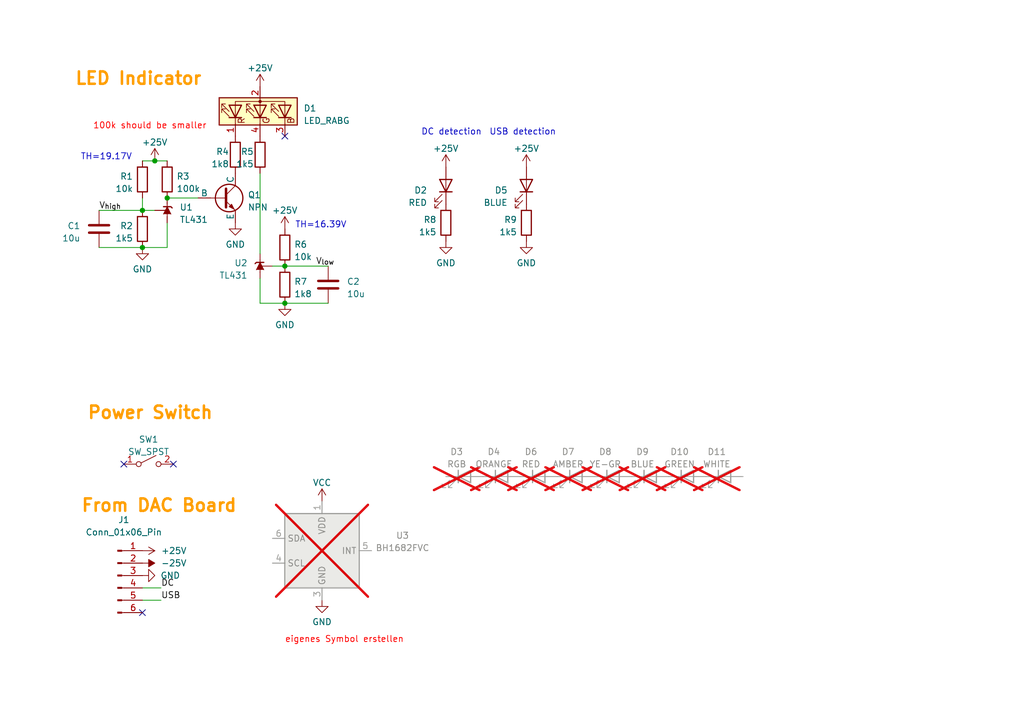
<source format=kicad_sch>
(kicad_sch (version 20230121) (generator eeschema)
  (paper "A5")
  (title_block (title "Front Plate with Cutouts and LEDs") (date "2023-05-15") (rev "1") (company "Author: Jona Heinke"))
  (lib_symbols
    (symbol "Connector:Conn_01x06_Pin" (pin_names (offset 1.016) hide)
      (property "Reference" "J" (at 0 7.62 0))
      (property "Value" "Conn_01x06_Pin" (at 0 -10.16 0))
      (symbol "Conn_01x06_Pin_1_1"
        (polyline (pts (xy 1.27 -7.62) (xy 0.8636 -7.62)) (stroke (width 0.1524)))
        (polyline (pts (xy 1.27 -5.08) (xy 0.8636 -5.08)) (stroke (width 0.1524)))
        (polyline (pts (xy 1.27 -2.54) (xy 0.8636 -2.54)) (stroke (width 0.1524)))
        (polyline (pts (xy 1.27 0) (xy 0.8636 0)) (stroke (width 0.1524)))
        (polyline (pts (xy 1.27 2.54) (xy 0.8636 2.54)) (stroke (width 0.1524)))
        (polyline (pts (xy 1.27 5.08) (xy 0.8636 5.08)) (stroke (width 0.1524)))
        (rectangle (start 0.8636 -7.493) (end 0 -7.747) (stroke (width 0.1524)) (fill (type outline)))
        (rectangle (start 0.8636 -4.953) (end 0 -5.207) (stroke (width 0.1524)) (fill (type outline)))
        (rectangle (start 0.8636 -2.413) (end 0 -2.667) (stroke (width 0.1524)) (fill (type outline)))
        (rectangle (start 0.8636 0.127) (end 0 -0.127) (stroke (width 0.1524)) (fill (type outline)))
        (rectangle (start 0.8636 2.667) (end 0 2.413) (stroke (width 0.1524)) (fill (type outline)))
        (rectangle (start 0.8636 5.207) (end 0 4.953) (stroke (width 0.1524)) (fill (type outline)))
        (pin passive line (at 5.08 5.08 180) (length 3.81) (name "Pin_1") (number "1"))
        (pin passive line (at 5.08 2.54 180) (length 3.81) (name "Pin_2") (number "2"))
        (pin passive line (at 5.08 0 180) (length 3.81) (name "Pin_3") (number "3"))
        (pin passive line (at 5.08 -2.54 180) (length 3.81) (name "Pin_4") (number "4"))
        (pin passive line (at 5.08 -5.08 180) (length 3.81) (name "Pin_5") (number "5"))
        (pin passive line (at 5.08 -7.62 180) (length 3.81) (name "Pin_6") (number "6"))
      )
    )
    (symbol "Device:C" (pin_numbers hide) (pin_names (offset 0.254))
      (property "Reference" "C" (at 0.635 2.54 0))
      (property "Value" "C" (at 0.635 -2.54 0))
      (symbol "C_0_1"
        (polyline (pts (xy -2.032 -0.762) (xy 2.032 -0.762)) (stroke (width 0.508)))
        (polyline (pts (xy -2.032 0.762) (xy 2.032 0.762)) (stroke (width 0.508)))
      )
      (symbol "C_1_1"
        (pin passive line (at 0 3.81 270) (length 2.794) (name "~") (number "1"))
        (pin passive line (at 0 -3.81 90) (length 2.794) (name "~") (number "2"))
      )
    )
    (symbol "Device:LED" (pin_numbers hide) (pin_names (offset 1.016) hide)
      (property "Reference" "D" (at 0 2.54 0))
      (property "Value" "LED" (at 0 -2.54 0))
      (symbol "LED_0_1"
        (polyline (pts (xy -1.27 -1.27) (xy -1.27 1.27)) (stroke (width 0.254)))
        (polyline (pts (xy -1.27 0) (xy 1.27 0)))
        (polyline (pts (xy 1.27 -1.27) (xy 1.27 1.27) (xy -1.27 0) (xy 1.27 -1.27)) (stroke (width 0.254)))
        (polyline (pts (xy -3.048 -0.762) (xy -4.572 -2.286) (xy -3.81 -2.286) (xy -4.572 -2.286) (xy -4.572 -1.524)))
        (polyline (pts (xy -1.778 -0.762) (xy -3.302 -2.286) (xy -2.54 -2.286) (xy -3.302 -2.286) (xy -3.302 -1.524)))
      )
      (symbol "LED_1_1"
        (pin passive line (at -3.81 0 0) (length 2.54) (name "K") (number "1"))
        (pin passive line (at 3.81 0 180) (length 2.54) (name "A") (number "2"))
      )
    )
    (symbol "Device:LED_RABG" (pin_names (offset 0) hide)
      (property "Reference" "D" (at 0 9.398 0))
      (property "Value" "LED_RABG" (at 0 -8.89 0))
      (symbol "LED_RABG_0_0"
        (text "B" (at -1.905 -6.35 0) (effects (font (size 1.27 1.27))))
        (text "G" (at -1.905 -1.27 0) (effects (font (size 1.27 1.27))))
        (text "R" (at -1.905 3.81 0) (effects (font (size 1.27 1.27))))
      )
      (symbol "LED_RABG_0_1"
        (polyline (pts (xy -1.27 -5.08) (xy -2.54 -5.08)))
        (polyline (pts (xy -1.27 -5.08) (xy 1.27 -5.08)))
        (polyline (pts (xy -1.27 -3.81) (xy -1.27 -6.35)) (stroke (width 0.254)))
        (polyline (pts (xy -1.27 0) (xy -2.54 0)))
        (polyline (pts (xy -1.27 1.27) (xy -1.27 -1.27)) (stroke (width 0.254)))
        (polyline (pts (xy -1.27 5.08) (xy -2.54 5.08)))
        (polyline (pts (xy -1.27 5.08) (xy 1.27 5.08)))
        (polyline (pts (xy -1.27 6.35) (xy -1.27 3.81)) (stroke (width 0.254)))
        (polyline (pts (xy 1.27 0) (xy -1.27 0)))
        (polyline (pts (xy 1.27 0) (xy 2.54 0)))
        (polyline (pts (xy -1.27 1.27) (xy -1.27 -1.27) (xy -1.27 -1.27)))
        (polyline (pts (xy -1.27 6.35) (xy -1.27 3.81) (xy -1.27 3.81)))
        (polyline (pts (xy 1.27 -5.08) (xy 2.032 -5.08) (xy 2.032 5.08) (xy 1.27 5.08)))
        (polyline (pts (xy 1.27 -3.81) (xy 1.27 -6.35) (xy -1.27 -5.08) (xy 1.27 -3.81)) (stroke (width 0.254)))
        (polyline (pts (xy 1.27 1.27) (xy 1.27 -1.27) (xy -1.27 0) (xy 1.27 1.27)) (stroke (width 0.254)))
        (polyline (pts (xy 1.27 6.35) (xy 1.27 3.81) (xy -1.27 5.08) (xy 1.27 6.35)) (stroke (width 0.254)))
        (polyline (pts (xy -1.016 -3.81) (xy 0.508 -2.286) (xy -0.254 -2.286) (xy 0.508 -2.286) (xy 0.508 -3.048)))
        (polyline (pts (xy -1.016 1.27) (xy 0.508 2.794) (xy -0.254 2.794) (xy 0.508 2.794) (xy 0.508 2.032)))
        (polyline (pts (xy -1.016 6.35) (xy 0.508 7.874) (xy -0.254 7.874) (xy 0.508 7.874) (xy 0.508 7.112)))
        (polyline (pts (xy 0 -3.81) (xy 1.524 -2.286) (xy 0.762 -2.286) (xy 1.524 -2.286) (xy 1.524 -3.048)))
        (polyline (pts (xy 0 1.27) (xy 1.524 2.794) (xy 0.762 2.794) (xy 1.524 2.794) (xy 1.524 2.032)))
        (polyline (pts (xy 0 6.35) (xy 1.524 7.874) (xy 0.762 7.874) (xy 1.524 7.874) (xy 1.524 7.112)))
        (rectangle (start 1.27 -1.27) (end 1.27 1.27))
        (rectangle (start 1.27 1.27) (end 1.27 1.27))
        (rectangle (start 1.27 3.81) (end 1.27 6.35))
        (rectangle (start 1.27 6.35) (end 1.27 6.35))
        (circle (center 2.032 0) (radius 0.254) (fill (type outline)))
        (rectangle (start 2.794 8.382) (end -2.794 -7.62) (stroke (width 0.254)) (fill (type background)))
      )
      (symbol "LED_RABG_1_1"
        (pin passive line (at -5.08 5.08 0) (length 2.54) (name "RK") (number "1"))
        (pin passive line (at 5.08 0 180) (length 2.54) (name "A") (number "2"))
        (pin passive line (at -5.08 -5.08 0) (length 2.54) (name "BK") (number "3"))
        (pin passive line (at -5.08 0 0) (length 2.54) (name "GK") (number "4"))
      )
    )
    (symbol "Device:R" (pin_numbers hide) (pin_names (offset 0))
      (property "Reference" "R" (at 2.032 0 90))
      (property "Value" "R" (at 0 0 90))
      (symbol "R_0_1"
        (rectangle (start -1.016 -2.54) (end 1.016 2.54) (stroke (width 0.254)))
      )
      (symbol "R_1_1"
        (pin passive line (at 0 3.81 270) (length 1.27) (name "~") (number "1"))
        (pin passive line (at 0 -3.81 90) (length 1.27) (name "~") (number "2"))
      )
    )
    (symbol "Reference_Voltage:TL431PK" (pin_numbers hide) (pin_names hide)
      (property "Reference" "U" (at -2.54 2.54 0))
      (property "Value" "TL431PK" (at 0 -2.54 0))
      (symbol "TL431PK_0_1"
        (polyline (pts (xy -1.27 0) (xy 0 0) (xy 1.27 0)))
        (polyline (pts (xy -0.762 0.762) (xy 0.762 0) (xy -0.762 -0.762)) (fill (type outline)))
        (polyline (pts (xy 0.508 -1.016) (xy 0.762 -0.762) (xy 0.762 0.762) (xy 0.762 0.762)) (stroke (width 0.254)))
      )
      (symbol "TL431PK_1_1"
        (pin passive line (at 0 2.54 270) (length 2.54) (name "REF") (number "1"))
        (pin passive line (at -2.54 0 0) (length 1.27) (name "A") (number "2"))
        (pin passive line (at 2.54 0 180) (length 1.27) (name "K") (number "3"))
      )
    )
    (symbol "Sensor_Optical:LTR-303ALS-01"
      (property "Reference" "U" (at -7.62 8.89 0))
      (property "Value" "LTR-303ALS-01" (at 1.27 8.89 0))
      (symbol "LTR-303ALS-01_0_1"
        (rectangle (start -7.62 7.62) (end 7.62 -7.62) (stroke (width 0.254)) (fill (type background)))
      )
      (symbol "LTR-303ALS-01_1_1"
        (pin power_in line (at 0 10.16 270) (length 2.54) (name "VDD") (number "1"))
        (pin no_connect line (at 2.54 0 180) (length 2.54) hide (name "NC") (number "2"))
        (pin power_in line (at 0 -10.16 90) (length 2.54) (name "GND") (number "3"))
        (pin input line (at -10.16 -2.54 0) (length 2.54) (name "SCL") (number "4"))
        (pin open_collector line (at 10.16 0 180) (length 2.54) (name "INT") (number "5"))
        (pin bidirectional line (at -10.16 2.54 0) (length 2.54) (name "SDA") (number "6"))
      )
    )
    (symbol "Simulation_SPICE:NPN" (pin_numbers hide) (pin_names (offset 0))
      (property "Reference" "Q" (at -2.54 7.62 0))
      (property "Value" "NPN" (at -2.54 5.08 0))
      (symbol "NPN_0_1"
        (polyline (pts (xy -2.54 0) (xy 0.635 0)) (stroke (width 0.1524)))
        (polyline (pts (xy 0.635 0.635) (xy 2.54 2.54)))
        (polyline (pts (xy 2.794 -1.27) (xy 2.794 -1.27)) (stroke (width 0.1524)))
        (polyline (pts (xy 2.794 -1.27) (xy 2.794 -1.27)) (stroke (width 0.1524)))
        (polyline (pts (xy 0.635 -0.635) (xy 2.54 -2.54) (xy 2.54 -2.54)))
        (polyline (pts (xy 0.635 1.905) (xy 0.635 -1.905) (xy 0.635 -1.905)) (stroke (width 0.508)))
        (polyline (pts (xy 1.27 -1.778) (xy 1.778 -1.27) (xy 2.286 -2.286) (xy 1.27 -1.778) (xy 1.27 -1.778)) (fill (type outline)))
        (circle (center 1.27 0) (radius 2.8194) (stroke (width 0.254)))
      )
      (symbol "NPN_1_1"
        (pin open_collector line (at 2.54 5.08 270) (length 2.54) (name "C") (number "1"))
        (pin input line (at -5.08 0 0) (length 2.54) (name "B") (number "2"))
        (pin open_emitter line (at 2.54 -5.08 90) (length 2.54) (name "E") (number "3"))
      )
    )
    (symbol "Switch:SW_SPST" (pin_names (offset 0) hide)
      (property "Reference" "SW" (at 0 3.175 0))
      (property "Value" "SW_SPST" (at 0 -2.54 0))
      (symbol "SW_SPST_0_0"
        (circle (center -2.032 0) (radius 0.508))
        (polyline (pts (xy -1.524 0.254) (xy 1.524 1.778)))
        (circle (center 2.032 0) (radius 0.508))
      )
      (symbol "SW_SPST_1_1"
        (pin passive line (at -5.08 0 0) (length 2.54) (name "A") (number "1"))
        (pin passive line (at 5.08 0 180) (length 2.54) (name "B") (number "2"))
      )
    )
    (symbol "library:+25V" (power) (pin_names (offset 0))
      (property "Value" "+25V" (at 0 3.81 0))
      (symbol "+25V_0_1"
        (polyline (pts (xy -0.762 1.27) (xy 0 2.54)))
        (polyline (pts (xy 0 0) (xy 0 2.54)))
        (polyline (pts (xy 0 2.54) (xy 0.762 1.27)))
      )
      (symbol "+25V_1_1"
        (pin power_in line (at 0 0 90) (length 0) hide (name "+25V") (number "1"))
      )
    )
    (symbol "library:-25V" (power) (pin_names (offset 0))
      (property "Value" "-25V" (at 0 3.81 0))
      (symbol "-25V_0_0"
        (pin power_in line (at 0 0 90) (length 0) hide (name "-25V") (number "1"))
      )
      (symbol "-25V_0_1"
        (polyline (pts (xy 0 0) (xy 0 1.27) (xy 0.762 1.27) (xy 0 2.54) (xy -0.762 1.27) (xy 0 1.27)) (fill (type outline)))
      )
    )
    (symbol "power:GND" (power) (pin_names (offset 0))
      (property "Value" "GND" (at 0 -3.81 0))
      (symbol "GND_0_1"
        (polyline (pts (xy 0 0) (xy 0 -1.27) (xy 1.27 -1.27) (xy 0 -2.54) (xy -1.27 -1.27) (xy 0 -1.27)))
      )
      (symbol "GND_1_1"
        (pin power_in line (at 0 0 270) (length 0) hide (name "GND") (number "1"))
      )
    )
    (symbol "power:VCC" (power) (pin_names (offset 0))
      (property "Value" "VCC" (at 0 3.81 0))
      (symbol "VCC_0_1"
        (polyline (pts (xy -0.762 1.27) (xy 0 2.54)))
        (polyline (pts (xy 0 0) (xy 0 2.54)))
        (polyline (pts (xy 0 2.54) (xy 0.762 1.27)))
      )
      (symbol "VCC_1_1"
        (pin power_in line (at 0 0 90) (length 0) hide (name "VCC") (number "1"))
      )
    )
  )
  (junction (at 31.75 33.02))
  (junction (at 34.29 40.64))
  (junction (at 29.21 43.18))
  (junction (at 58.42 62.23))
  (junction (at 58.42 54.61))
  (junction (at 29.21 50.8))
  (no_connect (at 29.21 125.73))
  (no_connect (at 58.42 27.94))
  (no_connect (at 35.56 95.25))
  (no_connect (at 25.4 95.25))
  (wire (pts (xy 29.21 40.64) (xy 29.21 43.18)))
  (wire (pts (xy 29.21 123.19) (xy 33.02 123.19)))
  (wire (pts (xy 53.34 62.23) (xy 58.42 62.23)))
  (wire (pts (xy 20.32 50.8) (xy 29.21 50.8)))
  (wire (pts (xy 53.34 57.15) (xy 53.34 62.23)))
  (wire (pts (xy 58.42 54.61) (xy 67.31 54.61)))
  (wire (pts (xy 29.21 120.65) (xy 33.02 120.65)))
  (wire (pts (xy 34.29 40.64) (xy 40.64 40.64)))
  (wire (pts (xy 34.29 45.72) (xy 34.29 50.8)))
  (wire (pts (xy 29.21 50.8) (xy 34.29 50.8)))
  (wire (pts (xy 29.21 33.02) (xy 31.75 33.02)))
  (wire (pts (xy 20.32 43.18) (xy 29.21 43.18)))
  (wire (pts (xy 53.34 35.56) (xy 53.34 52.07)))
  (wire (pts (xy 31.75 33.02) (xy 34.29 33.02)))
  (wire (pts (xy 29.21 43.18) (xy 31.75 43.18)))
  (wire (pts (xy 58.42 62.23) (xy 67.31 62.23)))
  (wire (pts (xy 58.42 54.61) (xy 55.88 54.61)))
  (text "Power Switch" (at 17.78 86.36 0) (effects (font (size 2.54 2.54) (thickness 0.508) bold) (justify left bottom)))
  (text "TH=19.17V" (at 16.51 33.02 0) (effects (font (size 1.27 1.27)) (justify left bottom)))
  (text "LED Indicator" (at 15.24 17.78 0) (effects (font (size 2.54 2.54) (thickness 0.508) bold) (justify left bottom)))
  (text "DC detection" (at 86.36 27.94 0) (effects (font (size 1.27 1.27)) (justify left bottom)))
  (text "100k should be smaller" (at 19.05 26.67 0) (effects (font (size 1.27 1.27)) (justify left bottom)))
  (text "TH=16.39V" (at 71.12 46.99 0) (effects (font (size 1.27 1.27)) (justify right bottom)))
  (text "eigenes Symbol erstellen" (at 58.42 132.08 0) (effects (font (size 1.27 1.27)) (justify left bottom)))
  (text "USB detection" (at 100.33 27.94 0) (effects (font (size 1.27 1.27)) (justify left bottom)))
  (text "From DAC Board" (at 16.51 105.41 0) (effects (font (size 2.54 2.54) (thickness 0.508) bold) (justify left bottom)))
  (label "V_{high}" (at 20.32 43.18 0))
  (label "DC" (at 33.02 120.65 0))
  (label "V_{low}" (at 64.77 54.61 0))
  (label "USB" (at 33.02 123.19 0))
  (symbol (lib_id "Device:LED") (at 110.49 97.79 0) (unit 1) (in_bom no) (on_board no) (dnp yes)
    (property "Reference" "D6" (at 108.9025 92.71 0))
    (property "Value" "RED" (at 108.9025 95.25 0))
    (property "Footprint" "library:LED_Harvatek_B2601" (effects hide))
    (property "Digikey" "3147-B2601USD-20D000423U1930CT-ND" (effects hide))
  )
  (symbol (lib_id "power:GND") (at 58.42 62.23 0) (unit 1)
    (property "Reference" "#PWR07" (effects hide))
    (property "Value" "GND" (at 58.42 66.675 0))
  )
  (symbol (lib_id "Device:LED") (at 95.25 97.79 0) (unit 1) (in_bom no) (on_board no) (dnp yes)
    (property "Reference" "D3" (at 93.6625 92.71 0))
    (property "Value" "RGB" (at 93.6625 95.25 0))
    (property "Footprint" "LED_SMD:LED_RGB_Wuerth-PLCC4_3.2x2.8mm_150141M173100" (effects hide))
    (property "Digikey" "3147-B26B3RGB-20C000123U1930CT-ND" (effects hide))
  )
  (symbol (lib_id "Connector:Conn_01x06_Pin") (at 24.13 118.11 0) (unit 1)
    (property "Reference" "J1" (at 25.4 106.68 0))
    (property "Value" "Conn_01x06_Pin" (at 25.4 109.22 0))
  )
  (symbol (lib_id "power:GND") (at 29.21 118.11 90) (mirror x) (unit 1)
    (property "Reference" "#PWR04" (effects hide))
    (property "Value" "GND" (at 34.925 118.11 90))
  )
  (symbol (lib_id "library:+25V") (at 31.75 33.02 0) (unit 1)
    (property "Reference" "#PWR014" (effects hide))
    (property "Value" "+25V" (at 31.75 29.21 0))
  )
  (symbol (lib_id "Device:R") (at 58.42 50.8 180) (unit 1)
    (property "Reference" "R6" (at 60.325 50.165 0) (effects (justify right)))
    (property "Value" "10k" (at 60.325 52.705 0) (effects (justify right)))
    (property "Footprint" "Resistor_SMD:R_1206_3216Metric_Pad1.30x1.75mm_HandSolder" (effects hide))
  )
  (symbol (lib_id "Device:R") (at 29.21 36.83 0) (mirror x) (unit 1)
    (property "Reference" "R1" (at 27.305 36.195 0) (effects (justify right)))
    (property "Value" "10k" (at 27.305 38.735 0) (effects (justify right)))
    (property "Footprint" "Resistor_SMD:R_1206_3216Metric_Pad1.30x1.75mm_HandSolder" (effects hide))
  )
  (symbol (lib_id "power:GND") (at 66.04 123.19 0) (unit 1)
    (property "Reference" "#PWR09" (effects hide))
    (property "Value" "GND" (at 66.04 127.635 0))
  )
  (symbol (lib_id "Device:LED") (at 102.87 97.79 0) (unit 1) (in_bom no) (on_board no) (dnp yes)
    (property "Reference" "D4" (at 101.2825 92.71 0))
    (property "Value" "ORANGE" (at 101.2825 95.25 0))
    (property "Footprint" "library:LED_Harvatek_B2601" (effects hide))
    (property "Digikey" "3147-B2601UD--20D000123U1930CT-ND" (effects hide))
  )
  (symbol (lib_id "Simulation_SPICE:NPN") (at 45.72 40.64 0) (unit 1)
    (property "Reference" "Q1" (at 50.8 40.005 0) (effects (justify left)))
    (property "Value" "NPN" (at 50.8 42.545 0) (effects (justify left)))
  )
  (symbol (lib_id "library:+25V") (at 91.44 34.29 0) (unit 1)
    (property "Reference" "#PWR010" (effects hide))
    (property "Value" "+25V" (at 91.44 30.48 0))
  )
  (symbol (lib_id "library:+25V") (at 53.34 17.78 0) (unit 1)
    (property "Reference" "#PWR06" (effects hide))
    (property "Value" "+25V" (at 53.34 13.97 0))
  )
  (symbol (lib_id "power:GND") (at 91.44 49.53 0) (unit 1)
    (property "Reference" "#PWR011" (effects hide))
    (property "Value" "GND" (at 91.44 53.975 0))
  )
  (symbol (lib_id "power:VCC") (at 66.04 102.87 0) (unit 1)
    (property "Reference" "#PWR08" (effects hide))
    (property "Value" "VCC" (at 66.04 99.06 0))
  )
  (symbol (lib_id "power:GND") (at 107.95 49.53 0) (unit 1)
    (property "Reference" "#PWR013" (effects hide))
    (property "Value" "GND" (at 107.95 53.975 0))
  )
  (symbol (lib_id "Device:C") (at 67.31 58.42 0) (unit 1)
    (property "Reference" "C2" (at 71.12 57.785 0) (effects (justify left)))
    (property "Value" "10u" (at 71.12 60.325 0) (effects (justify left)))
    (property "Footprint" "Capacitor_SMD:C_1206_3216Metric_Pad1.33x1.80mm_HandSolder" (effects hide))
    (property "Datasheet" "https://media.digikey.com/pdf/Data%20Sheets/Samsung%20PDFs/CL31B106KAHNFNE_Spec.pdf" (effects hide))
    (property "Digikey" "1276-3100-1-ND" (effects hide))
  )
  (symbol (lib_id "library:+25V") (at 107.95 34.29 0) (unit 1)
    (property "Reference" "#PWR012" (effects hide))
    (property "Value" "+25V" (at 107.95 30.48 0))
  )
  (symbol (lib_id "Device:LED_RABG") (at 53.34 22.86 90) (unit 1)
    (property "Reference" "D1" (at 62.23 22.225 90) (effects (justify right)))
    (property "Value" "LED_RABG" (at 62.23 24.765 90) (effects (justify right)))
    (property "Datasheet" "https://media.digikey.com/pdf/Data%20Sheets/Harvatek%20PDFs/B26B3RGB-20C000123U1930.pdf" (effects hide))
    (property "Digikey" "3147-B26B3RGB-20C000123U1930CT-ND" (effects hide))
  )
  (symbol (lib_id "Switch:SW_SPST") (at 30.48 95.25 0) (unit 1)
    (property "Reference" "SW1" (at 30.48 90.17 0))
    (property "Value" "SW_SPST" (at 30.48 92.71 0))
    (property "Footprint" "library:Switch_E-Switch_PB-1973_Cutout" (effects hide))
    (property "Datasheet" "https://media.digikey.com/pdf/Data%20Sheets/E-Switch%20PDFs/PB1973%20Series.pdf" (effects hide))
    (property "Digikey" "EG4397-ND" (effects hide))
  )
  (symbol (lib_id "Device:R") (at 29.21 46.99 0) (mirror x) (unit 1)
    (property "Reference" "R2" (at 27.305 46.355 0) (effects (justify right)))
    (property "Value" "1k5" (at 27.305 48.895 0) (effects (justify right)))
    (property "Footprint" "Resistor_SMD:R_1206_3216Metric_Pad1.30x1.75mm_HandSolder" (effects hide))
  )
  (symbol (lib_id "Device:LED") (at 125.73 97.79 0) (unit 1) (in_bom no) (on_board no) (dnp yes)
    (property "Reference" "D8" (at 124.1425 92.71 0))
    (property "Value" "YE-GR" (at 124.1425 95.25 0))
    (property "Footprint" "library:LED_Harvatek_B2601" (effects hide))
  )
  (symbol (lib_id "power:GND") (at 48.26 45.72 0) (unit 1)
    (property "Reference" "#PWR05" (effects hide))
    (property "Value" "GND" (at 48.26 50.165 0))
  )
  (symbol (lib_id "Device:LED") (at 148.59 97.79 0) (unit 1) (in_bom no) (on_board no) (dnp yes)
    (property "Reference" "D11" (at 147.0025 92.71 0))
    (property "Value" "WHITE" (at 147.0025 95.25 0))
    (property "Footprint" "library:LED_Harvatek_B2601" (effects hide))
  )
  (symbol (lib_id "Sensor_Optical:LTR-303ALS-01") (at 66.04 113.03 0) (unit 1) (in_bom no) (on_board no) (dnp yes)
    (property "Reference" "U3" (at 82.55 109.9059 0))
    (property "Value" "BH1682FVC" (at 82.55 112.4459 0))
    (property "Datasheet" "https://fscdn.rohm.com/en/products/databook/datasheet/ic/sensor/light/bh1682fvc-e.pdf" (effects hide))
    (property "Digikey" "BH1682FVC-TRCT-ND" (effects hide))
    (property "Note" "There are two alternatives from Rohm with same footprint but older" (effects hide))
  )
  (symbol (lib_id "Device:R") (at 53.34 31.75 0) (mirror x) (unit 1)
    (property "Reference" "R5" (at 52.07 31.115 0) (effects (justify right)))
    (property "Value" "1k5" (at 52.07 33.655 0) (effects (justify right)))
    (property "Footprint" "Resistor_SMD:R_1206_3216Metric_Pad1.30x1.75mm_HandSolder" (effects hide))
  )
  (symbol (lib_id "Device:LED") (at 107.95 38.1 270) (mirror x) (unit 1)
    (property "Reference" "D5" (at 104.14 39.0525 90) (effects (justify right)))
    (property "Value" "BLUE" (at 104.14 41.5925 90) (effects (justify right)))
    (property "Footprint" "library:LED_Harvatek_B2601" (effects hide))
  )
  (symbol (lib_id "Device:C") (at 20.32 46.99 0) (mirror y) (unit 1)
    (property "Reference" "C1" (at 16.51 46.355 0) (effects (justify left)))
    (property "Value" "10u" (at 16.51 48.895 0) (effects (justify left)))
    (property "Footprint" "Capacitor_SMD:C_1206_3216Metric_Pad1.33x1.80mm_HandSolder" (effects hide))
    (property "Datasheet" "https://media.digikey.com/pdf/Data%20Sheets/Samsung%20PDFs/CL31B106KAHNFNE_Spec.pdf" (effects hide))
    (property "Digikey" "1276-3100-1-ND" (effects hide))
  )
  (symbol (lib_id "library:+25V") (at 29.21 113.03 270) (mirror x) (unit 1)
    (property "Reference" "#PWR02" (effects hide))
    (property "Value" "+25V" (at 33.02 113.03 90) (effects (justify left)))
  )
  (symbol (lib_id "Device:LED") (at 118.11 97.79 0) (unit 1) (in_bom no) (on_board no) (dnp yes)
    (property "Reference" "D7" (at 116.5225 92.71 0))
    (property "Value" "AMBER" (at 116.5225 95.25 0))
    (property "Footprint" "library:LED_Harvatek_B2601" (effects hide))
    (property "Digikey" "3147-B2601UY--20D000323U1930CT-ND" (effects hide))
  )
  (symbol (lib_id "Device:R") (at 91.44 45.72 0) (mirror x) (unit 1)
    (property "Reference" "R8" (at 89.535 45.085 0) (effects (justify right)))
    (property "Value" "1k5" (at 89.535 47.625 0) (effects (justify right)))
    (property "Footprint" "Resistor_SMD:R_1206_3216Metric_Pad1.30x1.75mm_HandSolder" (effects hide))
  )
  (symbol (lib_id "Reference_Voltage:TL431PK") (at 53.34 54.61 270) (mirror x) (unit 1)
    (property "Reference" "U2" (at 50.8 53.975 90) (effects (justify right)))
    (property "Value" "TL431" (at 50.8 56.515 90) (effects (justify right)))
    (property "Footprint" "Package_TO_SOT_SMD:SOT-23-3" (effects hide))
    (property "Datasheet" "https://www.diodes.com/assets/Datasheets/AS431.pdf" (effects hide))
    (property "Digikey" "AS431ANTR-G1DICT-ND" (effects hide))
  )
  (symbol (lib_id "Reference_Voltage:TL431PK") (at 34.29 43.18 90) (unit 1)
    (property "Reference" "U1" (at 36.83 42.545 90) (effects (justify right)))
    (property "Value" "TL431" (at 36.83 45.085 90) (effects (justify right)))
    (property "Footprint" "Package_TO_SOT_SMD:SOT-23-3" (effects hide))
    (property "Datasheet" "https://www.diodes.com/assets/Datasheets/AS431.pdf" (effects hide))
    (property "Digikey" "AS431ANTR-G1DICT-ND" (effects hide))
  )
  (symbol (lib_id "Device:LED") (at 140.97 97.79 0) (unit 1) (in_bom no) (on_board no) (dnp yes)
    (property "Reference" "D10" (at 139.3825 92.71 0))
    (property "Value" "GREEN" (at 139.3825 95.25 0))
    (property "Footprint" "library:LED_Harvatek_B2601" (effects hide))
    (property "Digikey" "3147-B2601NG--20C000923U1930CT-ND" (effects hide))
  )
  (symbol (lib_id "power:GND") (at 29.21 50.8 0) (unit 1)
    (property "Reference" "#PWR01" (effects hide))
    (property "Value" "GND" (at 29.21 55.245 0))
  )
  (symbol (lib_id "Device:LED") (at 133.35 97.79 0) (unit 1) (in_bom no) (on_board no) (dnp yes)
    (property "Reference" "D9" (at 131.7625 92.71 0))
    (property "Value" "BLUE" (at 131.7625 95.25 0))
    (property "Footprint" "library:LED_Harvatek_B2601" (effects hide))
  )
  (symbol (lib_id "Device:R") (at 34.29 36.83 180) (unit 1)
    (property "Reference" "R3" (at 36.195 36.195 0) (effects (justify right)))
    (property "Value" "100k" (at 36.195 38.735 0) (effects (justify right)))
    (property "Footprint" "Resistor_SMD:R_1206_3216Metric_Pad1.30x1.75mm_HandSolder" (effects hide))
  )
  (symbol (lib_id "Device:R") (at 58.42 58.42 180) (unit 1)
    (property "Reference" "R7" (at 60.325 57.785 0) (effects (justify right)))
    (property "Value" "1k8" (at 60.325 60.325 0) (effects (justify right)))
    (property "Footprint" "Resistor_SMD:R_1206_3216Metric_Pad1.30x1.75mm_HandSolder" (effects hide))
  )
  (symbol (lib_id "Device:R") (at 48.26 31.75 0) (mirror x) (unit 1)
    (property "Reference" "R4" (at 46.99 31.115 0) (effects (justify right)))
    (property "Value" "1k8" (at 46.99 33.655 0) (effects (justify right)))
    (property "Footprint" "Resistor_SMD:R_1206_3216Metric_Pad1.30x1.75mm_HandSolder" (effects hide))
  )
  (symbol (lib_id "Device:LED") (at 91.44 38.1 270) (mirror x) (unit 1)
    (property "Reference" "D2" (at 87.63 39.0525 90) (effects (justify right)))
    (property "Value" "RED" (at 87.63 41.5925 90) (effects (justify right)))
    (property "Footprint" "library:LED_Harvatek_B2601" (effects hide))
    (property "Digikey" "3147-B2601USD-20D000423U1930CT-ND" (effects hide))
  )
  (symbol (lib_id "Device:R") (at 107.95 45.72 0) (mirror x) (unit 1)
    (property "Reference" "R9" (at 106.045 45.085 0) (effects (justify right)))
    (property "Value" "1k5" (at 106.045 47.625 0) (effects (justify right)))
    (property "Footprint" "Resistor_SMD:R_1206_3216Metric_Pad1.30x1.75mm_HandSolder" (effects hide))
  )
  (symbol (lib_id "library:-25V") (at 29.21 115.57 270) (mirror x) (unit 1)
    (property "Reference" "#PWR03" (effects hide))
    (property "Value" "-25V" (at 33.02 115.57 90) (effects (justify left)))
  )
  (symbol (lib_id "library:+25V") (at 58.42 46.99 0) (unit 1)
    (property "Reference" "#PWR015" (effects hide))
    (property "Value" "+25V" (at 58.42 43.18 0))
  )
)
</source>
